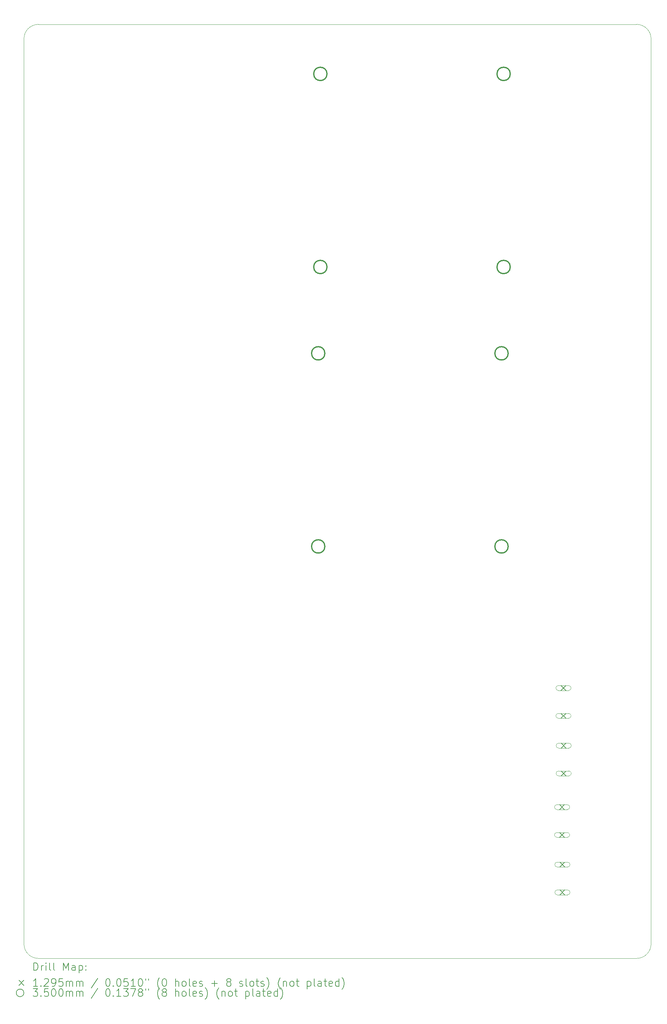
<source format=gbr>
%TF.GenerationSoftware,KiCad,Pcbnew,8.0.6*%
%TF.CreationDate,2025-06-02T15:06:45-04:00*%
%TF.ProjectId,CAEN_NEVIS_DAQ_PM5V,4341454e-5f4e-4455-9649-535f4441515f,rev?*%
%TF.SameCoordinates,Original*%
%TF.FileFunction,Drillmap*%
%TF.FilePolarity,Positive*%
%FSLAX45Y45*%
G04 Gerber Fmt 4.5, Leading zero omitted, Abs format (unit mm)*
G04 Created by KiCad (PCBNEW 8.0.6) date 2025-06-02 15:06:45*
%MOMM*%
%LPD*%
G01*
G04 APERTURE LIST*
%ADD10C,0.050000*%
%ADD11C,0.200000*%
%ADD12C,0.129540*%
%ADD13C,0.100000*%
%ADD14C,0.350000*%
G04 APERTURE END LIST*
D10*
X11876500Y-2617500D02*
G75*
G02*
X12257500Y-2236500I381000J0D01*
G01*
X11876500Y-26430000D02*
X11876500Y-2617500D01*
X12257500Y-2236500D02*
X28005500Y-2236500D01*
X28386500Y-2617500D02*
X28386500Y-24334500D01*
X28386500Y-25096500D02*
X28386500Y-26430000D01*
X28005500Y-2236500D02*
G75*
G02*
X28386500Y-2617500I0J-381000D01*
G01*
X28386500Y-24334500D02*
X28386500Y-25096500D01*
X28386500Y-26430000D02*
G75*
G02*
X28005500Y-26811000I-381000J0D01*
G01*
X12257500Y-26811000D02*
G75*
G02*
X11876500Y-26430000I0J381000D01*
G01*
X28005500Y-26811000D02*
X12257500Y-26811000D01*
D11*
D12*
X25979230Y-22765230D02*
X26108770Y-22894770D01*
X26108770Y-22765230D02*
X25979230Y-22894770D01*
D13*
X25908770Y-22894770D02*
X26179230Y-22894770D01*
X26179230Y-22765230D02*
G75*
G02*
X26179230Y-22894770I0J-64770D01*
G01*
X26179230Y-22765230D02*
X25908770Y-22765230D01*
X25908770Y-22765230D02*
G75*
G03*
X25908770Y-22894770I0J-64770D01*
G01*
D12*
X25979230Y-23497230D02*
X26108770Y-23626770D01*
X26108770Y-23497230D02*
X25979230Y-23626770D01*
D13*
X25908770Y-23626770D02*
X26179230Y-23626770D01*
X26179230Y-23497230D02*
G75*
G02*
X26179230Y-23626770I0J-64770D01*
G01*
X26179230Y-23497230D02*
X25908770Y-23497230D01*
X25908770Y-23497230D02*
G75*
G03*
X25908770Y-23626770I0J-64770D01*
G01*
D12*
X25987230Y-24277230D02*
X26116770Y-24406770D01*
X26116770Y-24277230D02*
X25987230Y-24406770D01*
D13*
X25916770Y-24406770D02*
X26187230Y-24406770D01*
X26187230Y-24277230D02*
G75*
G02*
X26187230Y-24406770I0J-64770D01*
G01*
X26187230Y-24277230D02*
X25916770Y-24277230D01*
X25916770Y-24277230D02*
G75*
G03*
X25916770Y-24406770I0J-64770D01*
G01*
D12*
X25987230Y-25009230D02*
X26116770Y-25138770D01*
X26116770Y-25009230D02*
X25987230Y-25138770D01*
D13*
X25916770Y-25138770D02*
X26187230Y-25138770D01*
X26187230Y-25009230D02*
G75*
G02*
X26187230Y-25138770I0J-64770D01*
G01*
X26187230Y-25009230D02*
X25916770Y-25009230D01*
X25916770Y-25009230D02*
G75*
G03*
X25916770Y-25138770I0J-64770D01*
G01*
D12*
X26015230Y-19632230D02*
X26144770Y-19761770D01*
X26144770Y-19632230D02*
X26015230Y-19761770D01*
D13*
X25944770Y-19761770D02*
X26215230Y-19761770D01*
X26215230Y-19632230D02*
G75*
G02*
X26215230Y-19761770I0J-64770D01*
G01*
X26215230Y-19632230D02*
X25944770Y-19632230D01*
X25944770Y-19632230D02*
G75*
G03*
X25944770Y-19761770I0J-64770D01*
G01*
D12*
X26015230Y-20364230D02*
X26144770Y-20493770D01*
X26144770Y-20364230D02*
X26015230Y-20493770D01*
D13*
X25944770Y-20493770D02*
X26215230Y-20493770D01*
X26215230Y-20364230D02*
G75*
G02*
X26215230Y-20493770I0J-64770D01*
G01*
X26215230Y-20364230D02*
X25944770Y-20364230D01*
X25944770Y-20364230D02*
G75*
G03*
X25944770Y-20493770I0J-64770D01*
G01*
D12*
X26021230Y-21147230D02*
X26150770Y-21276770D01*
X26150770Y-21147230D02*
X26021230Y-21276770D01*
D13*
X25950770Y-21276770D02*
X26221230Y-21276770D01*
X26221230Y-21147230D02*
G75*
G02*
X26221230Y-21276770I0J-64770D01*
G01*
X26221230Y-21147230D02*
X25950770Y-21147230D01*
X25950770Y-21147230D02*
G75*
G03*
X25950770Y-21276770I0J-64770D01*
G01*
D12*
X26021230Y-21879230D02*
X26150770Y-22008770D01*
X26150770Y-21879230D02*
X26021230Y-22008770D01*
D13*
X25950770Y-22008770D02*
X26221230Y-22008770D01*
X26221230Y-21879230D02*
G75*
G02*
X26221230Y-22008770I0J-64770D01*
G01*
X26221230Y-21879230D02*
X25950770Y-21879230D01*
X25950770Y-21879230D02*
G75*
G03*
X25950770Y-22008770I0J-64770D01*
G01*
D14*
X19798500Y-10892000D02*
G75*
G02*
X19448500Y-10892000I-175000J0D01*
G01*
X19448500Y-10892000D02*
G75*
G02*
X19798500Y-10892000I175000J0D01*
G01*
X19798500Y-15972000D02*
G75*
G02*
X19448500Y-15972000I-175000J0D01*
G01*
X19448500Y-15972000D02*
G75*
G02*
X19798500Y-15972000I175000J0D01*
G01*
X19854500Y-3539750D02*
G75*
G02*
X19504500Y-3539750I-175000J0D01*
G01*
X19504500Y-3539750D02*
G75*
G02*
X19854500Y-3539750I175000J0D01*
G01*
X19854500Y-8619750D02*
G75*
G02*
X19504500Y-8619750I-175000J0D01*
G01*
X19504500Y-8619750D02*
G75*
G02*
X19854500Y-8619750I175000J0D01*
G01*
X24623500Y-10892000D02*
G75*
G02*
X24273500Y-10892000I-175000J0D01*
G01*
X24273500Y-10892000D02*
G75*
G02*
X24623500Y-10892000I175000J0D01*
G01*
X24623500Y-15972000D02*
G75*
G02*
X24273500Y-15972000I-175000J0D01*
G01*
X24273500Y-15972000D02*
G75*
G02*
X24623500Y-15972000I175000J0D01*
G01*
X24679500Y-3539750D02*
G75*
G02*
X24329500Y-3539750I-175000J0D01*
G01*
X24329500Y-3539750D02*
G75*
G02*
X24679500Y-3539750I175000J0D01*
G01*
X24679500Y-8619750D02*
G75*
G02*
X24329500Y-8619750I-175000J0D01*
G01*
X24329500Y-8619750D02*
G75*
G02*
X24679500Y-8619750I175000J0D01*
G01*
D11*
X12134777Y-27124984D02*
X12134777Y-26924984D01*
X12134777Y-26924984D02*
X12182396Y-26924984D01*
X12182396Y-26924984D02*
X12210967Y-26934508D01*
X12210967Y-26934508D02*
X12230015Y-26953555D01*
X12230015Y-26953555D02*
X12239539Y-26972603D01*
X12239539Y-26972603D02*
X12249062Y-27010698D01*
X12249062Y-27010698D02*
X12249062Y-27039269D01*
X12249062Y-27039269D02*
X12239539Y-27077365D01*
X12239539Y-27077365D02*
X12230015Y-27096412D01*
X12230015Y-27096412D02*
X12210967Y-27115460D01*
X12210967Y-27115460D02*
X12182396Y-27124984D01*
X12182396Y-27124984D02*
X12134777Y-27124984D01*
X12334777Y-27124984D02*
X12334777Y-26991650D01*
X12334777Y-27029746D02*
X12344301Y-27010698D01*
X12344301Y-27010698D02*
X12353824Y-27001174D01*
X12353824Y-27001174D02*
X12372872Y-26991650D01*
X12372872Y-26991650D02*
X12391920Y-26991650D01*
X12458586Y-27124984D02*
X12458586Y-26991650D01*
X12458586Y-26924984D02*
X12449062Y-26934508D01*
X12449062Y-26934508D02*
X12458586Y-26944031D01*
X12458586Y-26944031D02*
X12468110Y-26934508D01*
X12468110Y-26934508D02*
X12458586Y-26924984D01*
X12458586Y-26924984D02*
X12458586Y-26944031D01*
X12582396Y-27124984D02*
X12563348Y-27115460D01*
X12563348Y-27115460D02*
X12553824Y-27096412D01*
X12553824Y-27096412D02*
X12553824Y-26924984D01*
X12687158Y-27124984D02*
X12668110Y-27115460D01*
X12668110Y-27115460D02*
X12658586Y-27096412D01*
X12658586Y-27096412D02*
X12658586Y-26924984D01*
X12915729Y-27124984D02*
X12915729Y-26924984D01*
X12915729Y-26924984D02*
X12982396Y-27067841D01*
X12982396Y-27067841D02*
X13049062Y-26924984D01*
X13049062Y-26924984D02*
X13049062Y-27124984D01*
X13230015Y-27124984D02*
X13230015Y-27020222D01*
X13230015Y-27020222D02*
X13220491Y-27001174D01*
X13220491Y-27001174D02*
X13201443Y-26991650D01*
X13201443Y-26991650D02*
X13163348Y-26991650D01*
X13163348Y-26991650D02*
X13144301Y-27001174D01*
X13230015Y-27115460D02*
X13210967Y-27124984D01*
X13210967Y-27124984D02*
X13163348Y-27124984D01*
X13163348Y-27124984D02*
X13144301Y-27115460D01*
X13144301Y-27115460D02*
X13134777Y-27096412D01*
X13134777Y-27096412D02*
X13134777Y-27077365D01*
X13134777Y-27077365D02*
X13144301Y-27058317D01*
X13144301Y-27058317D02*
X13163348Y-27048793D01*
X13163348Y-27048793D02*
X13210967Y-27048793D01*
X13210967Y-27048793D02*
X13230015Y-27039269D01*
X13325253Y-26991650D02*
X13325253Y-27191650D01*
X13325253Y-27001174D02*
X13344301Y-26991650D01*
X13344301Y-26991650D02*
X13382396Y-26991650D01*
X13382396Y-26991650D02*
X13401443Y-27001174D01*
X13401443Y-27001174D02*
X13410967Y-27010698D01*
X13410967Y-27010698D02*
X13420491Y-27029746D01*
X13420491Y-27029746D02*
X13420491Y-27086888D01*
X13420491Y-27086888D02*
X13410967Y-27105936D01*
X13410967Y-27105936D02*
X13401443Y-27115460D01*
X13401443Y-27115460D02*
X13382396Y-27124984D01*
X13382396Y-27124984D02*
X13344301Y-27124984D01*
X13344301Y-27124984D02*
X13325253Y-27115460D01*
X13506205Y-27105936D02*
X13515729Y-27115460D01*
X13515729Y-27115460D02*
X13506205Y-27124984D01*
X13506205Y-27124984D02*
X13496682Y-27115460D01*
X13496682Y-27115460D02*
X13506205Y-27105936D01*
X13506205Y-27105936D02*
X13506205Y-27124984D01*
X13506205Y-27001174D02*
X13515729Y-27010698D01*
X13515729Y-27010698D02*
X13506205Y-27020222D01*
X13506205Y-27020222D02*
X13496682Y-27010698D01*
X13496682Y-27010698D02*
X13506205Y-27001174D01*
X13506205Y-27001174D02*
X13506205Y-27020222D01*
D12*
X11744460Y-27388730D02*
X11874000Y-27518270D01*
X11874000Y-27388730D02*
X11744460Y-27518270D01*
D11*
X12239539Y-27544984D02*
X12125253Y-27544984D01*
X12182396Y-27544984D02*
X12182396Y-27344984D01*
X12182396Y-27344984D02*
X12163348Y-27373555D01*
X12163348Y-27373555D02*
X12144301Y-27392603D01*
X12144301Y-27392603D02*
X12125253Y-27402127D01*
X12325253Y-27525936D02*
X12334777Y-27535460D01*
X12334777Y-27535460D02*
X12325253Y-27544984D01*
X12325253Y-27544984D02*
X12315729Y-27535460D01*
X12315729Y-27535460D02*
X12325253Y-27525936D01*
X12325253Y-27525936D02*
X12325253Y-27544984D01*
X12410967Y-27364031D02*
X12420491Y-27354508D01*
X12420491Y-27354508D02*
X12439539Y-27344984D01*
X12439539Y-27344984D02*
X12487158Y-27344984D01*
X12487158Y-27344984D02*
X12506205Y-27354508D01*
X12506205Y-27354508D02*
X12515729Y-27364031D01*
X12515729Y-27364031D02*
X12525253Y-27383079D01*
X12525253Y-27383079D02*
X12525253Y-27402127D01*
X12525253Y-27402127D02*
X12515729Y-27430698D01*
X12515729Y-27430698D02*
X12401443Y-27544984D01*
X12401443Y-27544984D02*
X12525253Y-27544984D01*
X12620491Y-27544984D02*
X12658586Y-27544984D01*
X12658586Y-27544984D02*
X12677634Y-27535460D01*
X12677634Y-27535460D02*
X12687158Y-27525936D01*
X12687158Y-27525936D02*
X12706205Y-27497365D01*
X12706205Y-27497365D02*
X12715729Y-27459269D01*
X12715729Y-27459269D02*
X12715729Y-27383079D01*
X12715729Y-27383079D02*
X12706205Y-27364031D01*
X12706205Y-27364031D02*
X12696682Y-27354508D01*
X12696682Y-27354508D02*
X12677634Y-27344984D01*
X12677634Y-27344984D02*
X12639539Y-27344984D01*
X12639539Y-27344984D02*
X12620491Y-27354508D01*
X12620491Y-27354508D02*
X12610967Y-27364031D01*
X12610967Y-27364031D02*
X12601443Y-27383079D01*
X12601443Y-27383079D02*
X12601443Y-27430698D01*
X12601443Y-27430698D02*
X12610967Y-27449746D01*
X12610967Y-27449746D02*
X12620491Y-27459269D01*
X12620491Y-27459269D02*
X12639539Y-27468793D01*
X12639539Y-27468793D02*
X12677634Y-27468793D01*
X12677634Y-27468793D02*
X12696682Y-27459269D01*
X12696682Y-27459269D02*
X12706205Y-27449746D01*
X12706205Y-27449746D02*
X12715729Y-27430698D01*
X12896682Y-27344984D02*
X12801443Y-27344984D01*
X12801443Y-27344984D02*
X12791920Y-27440222D01*
X12791920Y-27440222D02*
X12801443Y-27430698D01*
X12801443Y-27430698D02*
X12820491Y-27421174D01*
X12820491Y-27421174D02*
X12868110Y-27421174D01*
X12868110Y-27421174D02*
X12887158Y-27430698D01*
X12887158Y-27430698D02*
X12896682Y-27440222D01*
X12896682Y-27440222D02*
X12906205Y-27459269D01*
X12906205Y-27459269D02*
X12906205Y-27506888D01*
X12906205Y-27506888D02*
X12896682Y-27525936D01*
X12896682Y-27525936D02*
X12887158Y-27535460D01*
X12887158Y-27535460D02*
X12868110Y-27544984D01*
X12868110Y-27544984D02*
X12820491Y-27544984D01*
X12820491Y-27544984D02*
X12801443Y-27535460D01*
X12801443Y-27535460D02*
X12791920Y-27525936D01*
X12991920Y-27544984D02*
X12991920Y-27411650D01*
X12991920Y-27430698D02*
X13001443Y-27421174D01*
X13001443Y-27421174D02*
X13020491Y-27411650D01*
X13020491Y-27411650D02*
X13049063Y-27411650D01*
X13049063Y-27411650D02*
X13068110Y-27421174D01*
X13068110Y-27421174D02*
X13077634Y-27440222D01*
X13077634Y-27440222D02*
X13077634Y-27544984D01*
X13077634Y-27440222D02*
X13087158Y-27421174D01*
X13087158Y-27421174D02*
X13106205Y-27411650D01*
X13106205Y-27411650D02*
X13134777Y-27411650D01*
X13134777Y-27411650D02*
X13153824Y-27421174D01*
X13153824Y-27421174D02*
X13163348Y-27440222D01*
X13163348Y-27440222D02*
X13163348Y-27544984D01*
X13258586Y-27544984D02*
X13258586Y-27411650D01*
X13258586Y-27430698D02*
X13268110Y-27421174D01*
X13268110Y-27421174D02*
X13287158Y-27411650D01*
X13287158Y-27411650D02*
X13315729Y-27411650D01*
X13315729Y-27411650D02*
X13334777Y-27421174D01*
X13334777Y-27421174D02*
X13344301Y-27440222D01*
X13344301Y-27440222D02*
X13344301Y-27544984D01*
X13344301Y-27440222D02*
X13353824Y-27421174D01*
X13353824Y-27421174D02*
X13372872Y-27411650D01*
X13372872Y-27411650D02*
X13401443Y-27411650D01*
X13401443Y-27411650D02*
X13420491Y-27421174D01*
X13420491Y-27421174D02*
X13430015Y-27440222D01*
X13430015Y-27440222D02*
X13430015Y-27544984D01*
X13820491Y-27335460D02*
X13649063Y-27592603D01*
X14077634Y-27344984D02*
X14096682Y-27344984D01*
X14096682Y-27344984D02*
X14115729Y-27354508D01*
X14115729Y-27354508D02*
X14125253Y-27364031D01*
X14125253Y-27364031D02*
X14134777Y-27383079D01*
X14134777Y-27383079D02*
X14144301Y-27421174D01*
X14144301Y-27421174D02*
X14144301Y-27468793D01*
X14144301Y-27468793D02*
X14134777Y-27506888D01*
X14134777Y-27506888D02*
X14125253Y-27525936D01*
X14125253Y-27525936D02*
X14115729Y-27535460D01*
X14115729Y-27535460D02*
X14096682Y-27544984D01*
X14096682Y-27544984D02*
X14077634Y-27544984D01*
X14077634Y-27544984D02*
X14058586Y-27535460D01*
X14058586Y-27535460D02*
X14049063Y-27525936D01*
X14049063Y-27525936D02*
X14039539Y-27506888D01*
X14039539Y-27506888D02*
X14030015Y-27468793D01*
X14030015Y-27468793D02*
X14030015Y-27421174D01*
X14030015Y-27421174D02*
X14039539Y-27383079D01*
X14039539Y-27383079D02*
X14049063Y-27364031D01*
X14049063Y-27364031D02*
X14058586Y-27354508D01*
X14058586Y-27354508D02*
X14077634Y-27344984D01*
X14230015Y-27525936D02*
X14239539Y-27535460D01*
X14239539Y-27535460D02*
X14230015Y-27544984D01*
X14230015Y-27544984D02*
X14220491Y-27535460D01*
X14220491Y-27535460D02*
X14230015Y-27525936D01*
X14230015Y-27525936D02*
X14230015Y-27544984D01*
X14363348Y-27344984D02*
X14382396Y-27344984D01*
X14382396Y-27344984D02*
X14401444Y-27354508D01*
X14401444Y-27354508D02*
X14410967Y-27364031D01*
X14410967Y-27364031D02*
X14420491Y-27383079D01*
X14420491Y-27383079D02*
X14430015Y-27421174D01*
X14430015Y-27421174D02*
X14430015Y-27468793D01*
X14430015Y-27468793D02*
X14420491Y-27506888D01*
X14420491Y-27506888D02*
X14410967Y-27525936D01*
X14410967Y-27525936D02*
X14401444Y-27535460D01*
X14401444Y-27535460D02*
X14382396Y-27544984D01*
X14382396Y-27544984D02*
X14363348Y-27544984D01*
X14363348Y-27544984D02*
X14344301Y-27535460D01*
X14344301Y-27535460D02*
X14334777Y-27525936D01*
X14334777Y-27525936D02*
X14325253Y-27506888D01*
X14325253Y-27506888D02*
X14315729Y-27468793D01*
X14315729Y-27468793D02*
X14315729Y-27421174D01*
X14315729Y-27421174D02*
X14325253Y-27383079D01*
X14325253Y-27383079D02*
X14334777Y-27364031D01*
X14334777Y-27364031D02*
X14344301Y-27354508D01*
X14344301Y-27354508D02*
X14363348Y-27344984D01*
X14610967Y-27344984D02*
X14515729Y-27344984D01*
X14515729Y-27344984D02*
X14506206Y-27440222D01*
X14506206Y-27440222D02*
X14515729Y-27430698D01*
X14515729Y-27430698D02*
X14534777Y-27421174D01*
X14534777Y-27421174D02*
X14582396Y-27421174D01*
X14582396Y-27421174D02*
X14601444Y-27430698D01*
X14601444Y-27430698D02*
X14610967Y-27440222D01*
X14610967Y-27440222D02*
X14620491Y-27459269D01*
X14620491Y-27459269D02*
X14620491Y-27506888D01*
X14620491Y-27506888D02*
X14610967Y-27525936D01*
X14610967Y-27525936D02*
X14601444Y-27535460D01*
X14601444Y-27535460D02*
X14582396Y-27544984D01*
X14582396Y-27544984D02*
X14534777Y-27544984D01*
X14534777Y-27544984D02*
X14515729Y-27535460D01*
X14515729Y-27535460D02*
X14506206Y-27525936D01*
X14810967Y-27544984D02*
X14696682Y-27544984D01*
X14753825Y-27544984D02*
X14753825Y-27344984D01*
X14753825Y-27344984D02*
X14734777Y-27373555D01*
X14734777Y-27373555D02*
X14715729Y-27392603D01*
X14715729Y-27392603D02*
X14696682Y-27402127D01*
X14934777Y-27344984D02*
X14953825Y-27344984D01*
X14953825Y-27344984D02*
X14972872Y-27354508D01*
X14972872Y-27354508D02*
X14982396Y-27364031D01*
X14982396Y-27364031D02*
X14991920Y-27383079D01*
X14991920Y-27383079D02*
X15001444Y-27421174D01*
X15001444Y-27421174D02*
X15001444Y-27468793D01*
X15001444Y-27468793D02*
X14991920Y-27506888D01*
X14991920Y-27506888D02*
X14982396Y-27525936D01*
X14982396Y-27525936D02*
X14972872Y-27535460D01*
X14972872Y-27535460D02*
X14953825Y-27544984D01*
X14953825Y-27544984D02*
X14934777Y-27544984D01*
X14934777Y-27544984D02*
X14915729Y-27535460D01*
X14915729Y-27535460D02*
X14906206Y-27525936D01*
X14906206Y-27525936D02*
X14896682Y-27506888D01*
X14896682Y-27506888D02*
X14887158Y-27468793D01*
X14887158Y-27468793D02*
X14887158Y-27421174D01*
X14887158Y-27421174D02*
X14896682Y-27383079D01*
X14896682Y-27383079D02*
X14906206Y-27364031D01*
X14906206Y-27364031D02*
X14915729Y-27354508D01*
X14915729Y-27354508D02*
X14934777Y-27344984D01*
X15077634Y-27344984D02*
X15077634Y-27383079D01*
X15153825Y-27344984D02*
X15153825Y-27383079D01*
X15449063Y-27621174D02*
X15439539Y-27611650D01*
X15439539Y-27611650D02*
X15420491Y-27583079D01*
X15420491Y-27583079D02*
X15410968Y-27564031D01*
X15410968Y-27564031D02*
X15401444Y-27535460D01*
X15401444Y-27535460D02*
X15391920Y-27487841D01*
X15391920Y-27487841D02*
X15391920Y-27449746D01*
X15391920Y-27449746D02*
X15401444Y-27402127D01*
X15401444Y-27402127D02*
X15410968Y-27373555D01*
X15410968Y-27373555D02*
X15420491Y-27354508D01*
X15420491Y-27354508D02*
X15439539Y-27325936D01*
X15439539Y-27325936D02*
X15449063Y-27316412D01*
X15563348Y-27344984D02*
X15582396Y-27344984D01*
X15582396Y-27344984D02*
X15601444Y-27354508D01*
X15601444Y-27354508D02*
X15610968Y-27364031D01*
X15610968Y-27364031D02*
X15620491Y-27383079D01*
X15620491Y-27383079D02*
X15630015Y-27421174D01*
X15630015Y-27421174D02*
X15630015Y-27468793D01*
X15630015Y-27468793D02*
X15620491Y-27506888D01*
X15620491Y-27506888D02*
X15610968Y-27525936D01*
X15610968Y-27525936D02*
X15601444Y-27535460D01*
X15601444Y-27535460D02*
X15582396Y-27544984D01*
X15582396Y-27544984D02*
X15563348Y-27544984D01*
X15563348Y-27544984D02*
X15544301Y-27535460D01*
X15544301Y-27535460D02*
X15534777Y-27525936D01*
X15534777Y-27525936D02*
X15525253Y-27506888D01*
X15525253Y-27506888D02*
X15515729Y-27468793D01*
X15515729Y-27468793D02*
X15515729Y-27421174D01*
X15515729Y-27421174D02*
X15525253Y-27383079D01*
X15525253Y-27383079D02*
X15534777Y-27364031D01*
X15534777Y-27364031D02*
X15544301Y-27354508D01*
X15544301Y-27354508D02*
X15563348Y-27344984D01*
X15868110Y-27544984D02*
X15868110Y-27344984D01*
X15953825Y-27544984D02*
X15953825Y-27440222D01*
X15953825Y-27440222D02*
X15944301Y-27421174D01*
X15944301Y-27421174D02*
X15925253Y-27411650D01*
X15925253Y-27411650D02*
X15896682Y-27411650D01*
X15896682Y-27411650D02*
X15877634Y-27421174D01*
X15877634Y-27421174D02*
X15868110Y-27430698D01*
X16077634Y-27544984D02*
X16058587Y-27535460D01*
X16058587Y-27535460D02*
X16049063Y-27525936D01*
X16049063Y-27525936D02*
X16039539Y-27506888D01*
X16039539Y-27506888D02*
X16039539Y-27449746D01*
X16039539Y-27449746D02*
X16049063Y-27430698D01*
X16049063Y-27430698D02*
X16058587Y-27421174D01*
X16058587Y-27421174D02*
X16077634Y-27411650D01*
X16077634Y-27411650D02*
X16106206Y-27411650D01*
X16106206Y-27411650D02*
X16125253Y-27421174D01*
X16125253Y-27421174D02*
X16134777Y-27430698D01*
X16134777Y-27430698D02*
X16144301Y-27449746D01*
X16144301Y-27449746D02*
X16144301Y-27506888D01*
X16144301Y-27506888D02*
X16134777Y-27525936D01*
X16134777Y-27525936D02*
X16125253Y-27535460D01*
X16125253Y-27535460D02*
X16106206Y-27544984D01*
X16106206Y-27544984D02*
X16077634Y-27544984D01*
X16258587Y-27544984D02*
X16239539Y-27535460D01*
X16239539Y-27535460D02*
X16230015Y-27516412D01*
X16230015Y-27516412D02*
X16230015Y-27344984D01*
X16410968Y-27535460D02*
X16391920Y-27544984D01*
X16391920Y-27544984D02*
X16353825Y-27544984D01*
X16353825Y-27544984D02*
X16334777Y-27535460D01*
X16334777Y-27535460D02*
X16325253Y-27516412D01*
X16325253Y-27516412D02*
X16325253Y-27440222D01*
X16325253Y-27440222D02*
X16334777Y-27421174D01*
X16334777Y-27421174D02*
X16353825Y-27411650D01*
X16353825Y-27411650D02*
X16391920Y-27411650D01*
X16391920Y-27411650D02*
X16410968Y-27421174D01*
X16410968Y-27421174D02*
X16420491Y-27440222D01*
X16420491Y-27440222D02*
X16420491Y-27459269D01*
X16420491Y-27459269D02*
X16325253Y-27478317D01*
X16496682Y-27535460D02*
X16515730Y-27544984D01*
X16515730Y-27544984D02*
X16553825Y-27544984D01*
X16553825Y-27544984D02*
X16572872Y-27535460D01*
X16572872Y-27535460D02*
X16582396Y-27516412D01*
X16582396Y-27516412D02*
X16582396Y-27506888D01*
X16582396Y-27506888D02*
X16572872Y-27487841D01*
X16572872Y-27487841D02*
X16553825Y-27478317D01*
X16553825Y-27478317D02*
X16525253Y-27478317D01*
X16525253Y-27478317D02*
X16506206Y-27468793D01*
X16506206Y-27468793D02*
X16496682Y-27449746D01*
X16496682Y-27449746D02*
X16496682Y-27440222D01*
X16496682Y-27440222D02*
X16506206Y-27421174D01*
X16506206Y-27421174D02*
X16525253Y-27411650D01*
X16525253Y-27411650D02*
X16553825Y-27411650D01*
X16553825Y-27411650D02*
X16572872Y-27421174D01*
X16820492Y-27468793D02*
X16972873Y-27468793D01*
X16896682Y-27544984D02*
X16896682Y-27392603D01*
X17249063Y-27430698D02*
X17230015Y-27421174D01*
X17230015Y-27421174D02*
X17220492Y-27411650D01*
X17220492Y-27411650D02*
X17210968Y-27392603D01*
X17210968Y-27392603D02*
X17210968Y-27383079D01*
X17210968Y-27383079D02*
X17220492Y-27364031D01*
X17220492Y-27364031D02*
X17230015Y-27354508D01*
X17230015Y-27354508D02*
X17249063Y-27344984D01*
X17249063Y-27344984D02*
X17287158Y-27344984D01*
X17287158Y-27344984D02*
X17306206Y-27354508D01*
X17306206Y-27354508D02*
X17315730Y-27364031D01*
X17315730Y-27364031D02*
X17325254Y-27383079D01*
X17325254Y-27383079D02*
X17325254Y-27392603D01*
X17325254Y-27392603D02*
X17315730Y-27411650D01*
X17315730Y-27411650D02*
X17306206Y-27421174D01*
X17306206Y-27421174D02*
X17287158Y-27430698D01*
X17287158Y-27430698D02*
X17249063Y-27430698D01*
X17249063Y-27430698D02*
X17230015Y-27440222D01*
X17230015Y-27440222D02*
X17220492Y-27449746D01*
X17220492Y-27449746D02*
X17210968Y-27468793D01*
X17210968Y-27468793D02*
X17210968Y-27506888D01*
X17210968Y-27506888D02*
X17220492Y-27525936D01*
X17220492Y-27525936D02*
X17230015Y-27535460D01*
X17230015Y-27535460D02*
X17249063Y-27544984D01*
X17249063Y-27544984D02*
X17287158Y-27544984D01*
X17287158Y-27544984D02*
X17306206Y-27535460D01*
X17306206Y-27535460D02*
X17315730Y-27525936D01*
X17315730Y-27525936D02*
X17325254Y-27506888D01*
X17325254Y-27506888D02*
X17325254Y-27468793D01*
X17325254Y-27468793D02*
X17315730Y-27449746D01*
X17315730Y-27449746D02*
X17306206Y-27440222D01*
X17306206Y-27440222D02*
X17287158Y-27430698D01*
X17553825Y-27535460D02*
X17572873Y-27544984D01*
X17572873Y-27544984D02*
X17610968Y-27544984D01*
X17610968Y-27544984D02*
X17630016Y-27535460D01*
X17630016Y-27535460D02*
X17639539Y-27516412D01*
X17639539Y-27516412D02*
X17639539Y-27506888D01*
X17639539Y-27506888D02*
X17630016Y-27487841D01*
X17630016Y-27487841D02*
X17610968Y-27478317D01*
X17610968Y-27478317D02*
X17582396Y-27478317D01*
X17582396Y-27478317D02*
X17563349Y-27468793D01*
X17563349Y-27468793D02*
X17553825Y-27449746D01*
X17553825Y-27449746D02*
X17553825Y-27440222D01*
X17553825Y-27440222D02*
X17563349Y-27421174D01*
X17563349Y-27421174D02*
X17582396Y-27411650D01*
X17582396Y-27411650D02*
X17610968Y-27411650D01*
X17610968Y-27411650D02*
X17630016Y-27421174D01*
X17753825Y-27544984D02*
X17734777Y-27535460D01*
X17734777Y-27535460D02*
X17725254Y-27516412D01*
X17725254Y-27516412D02*
X17725254Y-27344984D01*
X17858587Y-27544984D02*
X17839539Y-27535460D01*
X17839539Y-27535460D02*
X17830016Y-27525936D01*
X17830016Y-27525936D02*
X17820492Y-27506888D01*
X17820492Y-27506888D02*
X17820492Y-27449746D01*
X17820492Y-27449746D02*
X17830016Y-27430698D01*
X17830016Y-27430698D02*
X17839539Y-27421174D01*
X17839539Y-27421174D02*
X17858587Y-27411650D01*
X17858587Y-27411650D02*
X17887158Y-27411650D01*
X17887158Y-27411650D02*
X17906206Y-27421174D01*
X17906206Y-27421174D02*
X17915730Y-27430698D01*
X17915730Y-27430698D02*
X17925254Y-27449746D01*
X17925254Y-27449746D02*
X17925254Y-27506888D01*
X17925254Y-27506888D02*
X17915730Y-27525936D01*
X17915730Y-27525936D02*
X17906206Y-27535460D01*
X17906206Y-27535460D02*
X17887158Y-27544984D01*
X17887158Y-27544984D02*
X17858587Y-27544984D01*
X17982397Y-27411650D02*
X18058587Y-27411650D01*
X18010968Y-27344984D02*
X18010968Y-27516412D01*
X18010968Y-27516412D02*
X18020492Y-27535460D01*
X18020492Y-27535460D02*
X18039539Y-27544984D01*
X18039539Y-27544984D02*
X18058587Y-27544984D01*
X18115730Y-27535460D02*
X18134777Y-27544984D01*
X18134777Y-27544984D02*
X18172873Y-27544984D01*
X18172873Y-27544984D02*
X18191920Y-27535460D01*
X18191920Y-27535460D02*
X18201444Y-27516412D01*
X18201444Y-27516412D02*
X18201444Y-27506888D01*
X18201444Y-27506888D02*
X18191920Y-27487841D01*
X18191920Y-27487841D02*
X18172873Y-27478317D01*
X18172873Y-27478317D02*
X18144301Y-27478317D01*
X18144301Y-27478317D02*
X18125254Y-27468793D01*
X18125254Y-27468793D02*
X18115730Y-27449746D01*
X18115730Y-27449746D02*
X18115730Y-27440222D01*
X18115730Y-27440222D02*
X18125254Y-27421174D01*
X18125254Y-27421174D02*
X18144301Y-27411650D01*
X18144301Y-27411650D02*
X18172873Y-27411650D01*
X18172873Y-27411650D02*
X18191920Y-27421174D01*
X18268111Y-27621174D02*
X18277635Y-27611650D01*
X18277635Y-27611650D02*
X18296682Y-27583079D01*
X18296682Y-27583079D02*
X18306206Y-27564031D01*
X18306206Y-27564031D02*
X18315730Y-27535460D01*
X18315730Y-27535460D02*
X18325254Y-27487841D01*
X18325254Y-27487841D02*
X18325254Y-27449746D01*
X18325254Y-27449746D02*
X18315730Y-27402127D01*
X18315730Y-27402127D02*
X18306206Y-27373555D01*
X18306206Y-27373555D02*
X18296682Y-27354508D01*
X18296682Y-27354508D02*
X18277635Y-27325936D01*
X18277635Y-27325936D02*
X18268111Y-27316412D01*
X18630016Y-27621174D02*
X18620492Y-27611650D01*
X18620492Y-27611650D02*
X18601444Y-27583079D01*
X18601444Y-27583079D02*
X18591920Y-27564031D01*
X18591920Y-27564031D02*
X18582397Y-27535460D01*
X18582397Y-27535460D02*
X18572873Y-27487841D01*
X18572873Y-27487841D02*
X18572873Y-27449746D01*
X18572873Y-27449746D02*
X18582397Y-27402127D01*
X18582397Y-27402127D02*
X18591920Y-27373555D01*
X18591920Y-27373555D02*
X18601444Y-27354508D01*
X18601444Y-27354508D02*
X18620492Y-27325936D01*
X18620492Y-27325936D02*
X18630016Y-27316412D01*
X18706206Y-27411650D02*
X18706206Y-27544984D01*
X18706206Y-27430698D02*
X18715730Y-27421174D01*
X18715730Y-27421174D02*
X18734777Y-27411650D01*
X18734777Y-27411650D02*
X18763349Y-27411650D01*
X18763349Y-27411650D02*
X18782397Y-27421174D01*
X18782397Y-27421174D02*
X18791920Y-27440222D01*
X18791920Y-27440222D02*
X18791920Y-27544984D01*
X18915730Y-27544984D02*
X18896682Y-27535460D01*
X18896682Y-27535460D02*
X18887158Y-27525936D01*
X18887158Y-27525936D02*
X18877635Y-27506888D01*
X18877635Y-27506888D02*
X18877635Y-27449746D01*
X18877635Y-27449746D02*
X18887158Y-27430698D01*
X18887158Y-27430698D02*
X18896682Y-27421174D01*
X18896682Y-27421174D02*
X18915730Y-27411650D01*
X18915730Y-27411650D02*
X18944301Y-27411650D01*
X18944301Y-27411650D02*
X18963349Y-27421174D01*
X18963349Y-27421174D02*
X18972873Y-27430698D01*
X18972873Y-27430698D02*
X18982397Y-27449746D01*
X18982397Y-27449746D02*
X18982397Y-27506888D01*
X18982397Y-27506888D02*
X18972873Y-27525936D01*
X18972873Y-27525936D02*
X18963349Y-27535460D01*
X18963349Y-27535460D02*
X18944301Y-27544984D01*
X18944301Y-27544984D02*
X18915730Y-27544984D01*
X19039539Y-27411650D02*
X19115730Y-27411650D01*
X19068111Y-27344984D02*
X19068111Y-27516412D01*
X19068111Y-27516412D02*
X19077635Y-27535460D01*
X19077635Y-27535460D02*
X19096682Y-27544984D01*
X19096682Y-27544984D02*
X19115730Y-27544984D01*
X19334778Y-27411650D02*
X19334778Y-27611650D01*
X19334778Y-27421174D02*
X19353825Y-27411650D01*
X19353825Y-27411650D02*
X19391920Y-27411650D01*
X19391920Y-27411650D02*
X19410968Y-27421174D01*
X19410968Y-27421174D02*
X19420492Y-27430698D01*
X19420492Y-27430698D02*
X19430016Y-27449746D01*
X19430016Y-27449746D02*
X19430016Y-27506888D01*
X19430016Y-27506888D02*
X19420492Y-27525936D01*
X19420492Y-27525936D02*
X19410968Y-27535460D01*
X19410968Y-27535460D02*
X19391920Y-27544984D01*
X19391920Y-27544984D02*
X19353825Y-27544984D01*
X19353825Y-27544984D02*
X19334778Y-27535460D01*
X19544301Y-27544984D02*
X19525254Y-27535460D01*
X19525254Y-27535460D02*
X19515730Y-27516412D01*
X19515730Y-27516412D02*
X19515730Y-27344984D01*
X19706206Y-27544984D02*
X19706206Y-27440222D01*
X19706206Y-27440222D02*
X19696682Y-27421174D01*
X19696682Y-27421174D02*
X19677635Y-27411650D01*
X19677635Y-27411650D02*
X19639539Y-27411650D01*
X19639539Y-27411650D02*
X19620492Y-27421174D01*
X19706206Y-27535460D02*
X19687159Y-27544984D01*
X19687159Y-27544984D02*
X19639539Y-27544984D01*
X19639539Y-27544984D02*
X19620492Y-27535460D01*
X19620492Y-27535460D02*
X19610968Y-27516412D01*
X19610968Y-27516412D02*
X19610968Y-27497365D01*
X19610968Y-27497365D02*
X19620492Y-27478317D01*
X19620492Y-27478317D02*
X19639539Y-27468793D01*
X19639539Y-27468793D02*
X19687159Y-27468793D01*
X19687159Y-27468793D02*
X19706206Y-27459269D01*
X19772873Y-27411650D02*
X19849063Y-27411650D01*
X19801444Y-27344984D02*
X19801444Y-27516412D01*
X19801444Y-27516412D02*
X19810968Y-27535460D01*
X19810968Y-27535460D02*
X19830016Y-27544984D01*
X19830016Y-27544984D02*
X19849063Y-27544984D01*
X19991920Y-27535460D02*
X19972873Y-27544984D01*
X19972873Y-27544984D02*
X19934778Y-27544984D01*
X19934778Y-27544984D02*
X19915730Y-27535460D01*
X19915730Y-27535460D02*
X19906206Y-27516412D01*
X19906206Y-27516412D02*
X19906206Y-27440222D01*
X19906206Y-27440222D02*
X19915730Y-27421174D01*
X19915730Y-27421174D02*
X19934778Y-27411650D01*
X19934778Y-27411650D02*
X19972873Y-27411650D01*
X19972873Y-27411650D02*
X19991920Y-27421174D01*
X19991920Y-27421174D02*
X20001444Y-27440222D01*
X20001444Y-27440222D02*
X20001444Y-27459269D01*
X20001444Y-27459269D02*
X19906206Y-27478317D01*
X20172873Y-27544984D02*
X20172873Y-27344984D01*
X20172873Y-27535460D02*
X20153825Y-27544984D01*
X20153825Y-27544984D02*
X20115730Y-27544984D01*
X20115730Y-27544984D02*
X20096682Y-27535460D01*
X20096682Y-27535460D02*
X20087159Y-27525936D01*
X20087159Y-27525936D02*
X20077635Y-27506888D01*
X20077635Y-27506888D02*
X20077635Y-27449746D01*
X20077635Y-27449746D02*
X20087159Y-27430698D01*
X20087159Y-27430698D02*
X20096682Y-27421174D01*
X20096682Y-27421174D02*
X20115730Y-27411650D01*
X20115730Y-27411650D02*
X20153825Y-27411650D01*
X20153825Y-27411650D02*
X20172873Y-27421174D01*
X20249063Y-27621174D02*
X20258587Y-27611650D01*
X20258587Y-27611650D02*
X20277635Y-27583079D01*
X20277635Y-27583079D02*
X20287159Y-27564031D01*
X20287159Y-27564031D02*
X20296682Y-27535460D01*
X20296682Y-27535460D02*
X20306206Y-27487841D01*
X20306206Y-27487841D02*
X20306206Y-27449746D01*
X20306206Y-27449746D02*
X20296682Y-27402127D01*
X20296682Y-27402127D02*
X20287159Y-27373555D01*
X20287159Y-27373555D02*
X20277635Y-27354508D01*
X20277635Y-27354508D02*
X20258587Y-27325936D01*
X20258587Y-27325936D02*
X20249063Y-27316412D01*
X11874000Y-27717500D02*
G75*
G02*
X11674000Y-27717500I-100000J0D01*
G01*
X11674000Y-27717500D02*
G75*
G02*
X11874000Y-27717500I100000J0D01*
G01*
X12115729Y-27608984D02*
X12239539Y-27608984D01*
X12239539Y-27608984D02*
X12172872Y-27685174D01*
X12172872Y-27685174D02*
X12201443Y-27685174D01*
X12201443Y-27685174D02*
X12220491Y-27694698D01*
X12220491Y-27694698D02*
X12230015Y-27704222D01*
X12230015Y-27704222D02*
X12239539Y-27723269D01*
X12239539Y-27723269D02*
X12239539Y-27770888D01*
X12239539Y-27770888D02*
X12230015Y-27789936D01*
X12230015Y-27789936D02*
X12220491Y-27799460D01*
X12220491Y-27799460D02*
X12201443Y-27808984D01*
X12201443Y-27808984D02*
X12144301Y-27808984D01*
X12144301Y-27808984D02*
X12125253Y-27799460D01*
X12125253Y-27799460D02*
X12115729Y-27789936D01*
X12325253Y-27789936D02*
X12334777Y-27799460D01*
X12334777Y-27799460D02*
X12325253Y-27808984D01*
X12325253Y-27808984D02*
X12315729Y-27799460D01*
X12315729Y-27799460D02*
X12325253Y-27789936D01*
X12325253Y-27789936D02*
X12325253Y-27808984D01*
X12515729Y-27608984D02*
X12420491Y-27608984D01*
X12420491Y-27608984D02*
X12410967Y-27704222D01*
X12410967Y-27704222D02*
X12420491Y-27694698D01*
X12420491Y-27694698D02*
X12439539Y-27685174D01*
X12439539Y-27685174D02*
X12487158Y-27685174D01*
X12487158Y-27685174D02*
X12506205Y-27694698D01*
X12506205Y-27694698D02*
X12515729Y-27704222D01*
X12515729Y-27704222D02*
X12525253Y-27723269D01*
X12525253Y-27723269D02*
X12525253Y-27770888D01*
X12525253Y-27770888D02*
X12515729Y-27789936D01*
X12515729Y-27789936D02*
X12506205Y-27799460D01*
X12506205Y-27799460D02*
X12487158Y-27808984D01*
X12487158Y-27808984D02*
X12439539Y-27808984D01*
X12439539Y-27808984D02*
X12420491Y-27799460D01*
X12420491Y-27799460D02*
X12410967Y-27789936D01*
X12649062Y-27608984D02*
X12668110Y-27608984D01*
X12668110Y-27608984D02*
X12687158Y-27618508D01*
X12687158Y-27618508D02*
X12696682Y-27628031D01*
X12696682Y-27628031D02*
X12706205Y-27647079D01*
X12706205Y-27647079D02*
X12715729Y-27685174D01*
X12715729Y-27685174D02*
X12715729Y-27732793D01*
X12715729Y-27732793D02*
X12706205Y-27770888D01*
X12706205Y-27770888D02*
X12696682Y-27789936D01*
X12696682Y-27789936D02*
X12687158Y-27799460D01*
X12687158Y-27799460D02*
X12668110Y-27808984D01*
X12668110Y-27808984D02*
X12649062Y-27808984D01*
X12649062Y-27808984D02*
X12630015Y-27799460D01*
X12630015Y-27799460D02*
X12620491Y-27789936D01*
X12620491Y-27789936D02*
X12610967Y-27770888D01*
X12610967Y-27770888D02*
X12601443Y-27732793D01*
X12601443Y-27732793D02*
X12601443Y-27685174D01*
X12601443Y-27685174D02*
X12610967Y-27647079D01*
X12610967Y-27647079D02*
X12620491Y-27628031D01*
X12620491Y-27628031D02*
X12630015Y-27618508D01*
X12630015Y-27618508D02*
X12649062Y-27608984D01*
X12839539Y-27608984D02*
X12858586Y-27608984D01*
X12858586Y-27608984D02*
X12877634Y-27618508D01*
X12877634Y-27618508D02*
X12887158Y-27628031D01*
X12887158Y-27628031D02*
X12896682Y-27647079D01*
X12896682Y-27647079D02*
X12906205Y-27685174D01*
X12906205Y-27685174D02*
X12906205Y-27732793D01*
X12906205Y-27732793D02*
X12896682Y-27770888D01*
X12896682Y-27770888D02*
X12887158Y-27789936D01*
X12887158Y-27789936D02*
X12877634Y-27799460D01*
X12877634Y-27799460D02*
X12858586Y-27808984D01*
X12858586Y-27808984D02*
X12839539Y-27808984D01*
X12839539Y-27808984D02*
X12820491Y-27799460D01*
X12820491Y-27799460D02*
X12810967Y-27789936D01*
X12810967Y-27789936D02*
X12801443Y-27770888D01*
X12801443Y-27770888D02*
X12791920Y-27732793D01*
X12791920Y-27732793D02*
X12791920Y-27685174D01*
X12791920Y-27685174D02*
X12801443Y-27647079D01*
X12801443Y-27647079D02*
X12810967Y-27628031D01*
X12810967Y-27628031D02*
X12820491Y-27618508D01*
X12820491Y-27618508D02*
X12839539Y-27608984D01*
X12991920Y-27808984D02*
X12991920Y-27675650D01*
X12991920Y-27694698D02*
X13001443Y-27685174D01*
X13001443Y-27685174D02*
X13020491Y-27675650D01*
X13020491Y-27675650D02*
X13049063Y-27675650D01*
X13049063Y-27675650D02*
X13068110Y-27685174D01*
X13068110Y-27685174D02*
X13077634Y-27704222D01*
X13077634Y-27704222D02*
X13077634Y-27808984D01*
X13077634Y-27704222D02*
X13087158Y-27685174D01*
X13087158Y-27685174D02*
X13106205Y-27675650D01*
X13106205Y-27675650D02*
X13134777Y-27675650D01*
X13134777Y-27675650D02*
X13153824Y-27685174D01*
X13153824Y-27685174D02*
X13163348Y-27704222D01*
X13163348Y-27704222D02*
X13163348Y-27808984D01*
X13258586Y-27808984D02*
X13258586Y-27675650D01*
X13258586Y-27694698D02*
X13268110Y-27685174D01*
X13268110Y-27685174D02*
X13287158Y-27675650D01*
X13287158Y-27675650D02*
X13315729Y-27675650D01*
X13315729Y-27675650D02*
X13334777Y-27685174D01*
X13334777Y-27685174D02*
X13344301Y-27704222D01*
X13344301Y-27704222D02*
X13344301Y-27808984D01*
X13344301Y-27704222D02*
X13353824Y-27685174D01*
X13353824Y-27685174D02*
X13372872Y-27675650D01*
X13372872Y-27675650D02*
X13401443Y-27675650D01*
X13401443Y-27675650D02*
X13420491Y-27685174D01*
X13420491Y-27685174D02*
X13430015Y-27704222D01*
X13430015Y-27704222D02*
X13430015Y-27808984D01*
X13820491Y-27599460D02*
X13649063Y-27856603D01*
X14077634Y-27608984D02*
X14096682Y-27608984D01*
X14096682Y-27608984D02*
X14115729Y-27618508D01*
X14115729Y-27618508D02*
X14125253Y-27628031D01*
X14125253Y-27628031D02*
X14134777Y-27647079D01*
X14134777Y-27647079D02*
X14144301Y-27685174D01*
X14144301Y-27685174D02*
X14144301Y-27732793D01*
X14144301Y-27732793D02*
X14134777Y-27770888D01*
X14134777Y-27770888D02*
X14125253Y-27789936D01*
X14125253Y-27789936D02*
X14115729Y-27799460D01*
X14115729Y-27799460D02*
X14096682Y-27808984D01*
X14096682Y-27808984D02*
X14077634Y-27808984D01*
X14077634Y-27808984D02*
X14058586Y-27799460D01*
X14058586Y-27799460D02*
X14049063Y-27789936D01*
X14049063Y-27789936D02*
X14039539Y-27770888D01*
X14039539Y-27770888D02*
X14030015Y-27732793D01*
X14030015Y-27732793D02*
X14030015Y-27685174D01*
X14030015Y-27685174D02*
X14039539Y-27647079D01*
X14039539Y-27647079D02*
X14049063Y-27628031D01*
X14049063Y-27628031D02*
X14058586Y-27618508D01*
X14058586Y-27618508D02*
X14077634Y-27608984D01*
X14230015Y-27789936D02*
X14239539Y-27799460D01*
X14239539Y-27799460D02*
X14230015Y-27808984D01*
X14230015Y-27808984D02*
X14220491Y-27799460D01*
X14220491Y-27799460D02*
X14230015Y-27789936D01*
X14230015Y-27789936D02*
X14230015Y-27808984D01*
X14430015Y-27808984D02*
X14315729Y-27808984D01*
X14372872Y-27808984D02*
X14372872Y-27608984D01*
X14372872Y-27608984D02*
X14353825Y-27637555D01*
X14353825Y-27637555D02*
X14334777Y-27656603D01*
X14334777Y-27656603D02*
X14315729Y-27666127D01*
X14496682Y-27608984D02*
X14620491Y-27608984D01*
X14620491Y-27608984D02*
X14553825Y-27685174D01*
X14553825Y-27685174D02*
X14582396Y-27685174D01*
X14582396Y-27685174D02*
X14601444Y-27694698D01*
X14601444Y-27694698D02*
X14610967Y-27704222D01*
X14610967Y-27704222D02*
X14620491Y-27723269D01*
X14620491Y-27723269D02*
X14620491Y-27770888D01*
X14620491Y-27770888D02*
X14610967Y-27789936D01*
X14610967Y-27789936D02*
X14601444Y-27799460D01*
X14601444Y-27799460D02*
X14582396Y-27808984D01*
X14582396Y-27808984D02*
X14525253Y-27808984D01*
X14525253Y-27808984D02*
X14506206Y-27799460D01*
X14506206Y-27799460D02*
X14496682Y-27789936D01*
X14687158Y-27608984D02*
X14820491Y-27608984D01*
X14820491Y-27608984D02*
X14734777Y-27808984D01*
X14925253Y-27694698D02*
X14906206Y-27685174D01*
X14906206Y-27685174D02*
X14896682Y-27675650D01*
X14896682Y-27675650D02*
X14887158Y-27656603D01*
X14887158Y-27656603D02*
X14887158Y-27647079D01*
X14887158Y-27647079D02*
X14896682Y-27628031D01*
X14896682Y-27628031D02*
X14906206Y-27618508D01*
X14906206Y-27618508D02*
X14925253Y-27608984D01*
X14925253Y-27608984D02*
X14963348Y-27608984D01*
X14963348Y-27608984D02*
X14982396Y-27618508D01*
X14982396Y-27618508D02*
X14991920Y-27628031D01*
X14991920Y-27628031D02*
X15001444Y-27647079D01*
X15001444Y-27647079D02*
X15001444Y-27656603D01*
X15001444Y-27656603D02*
X14991920Y-27675650D01*
X14991920Y-27675650D02*
X14982396Y-27685174D01*
X14982396Y-27685174D02*
X14963348Y-27694698D01*
X14963348Y-27694698D02*
X14925253Y-27694698D01*
X14925253Y-27694698D02*
X14906206Y-27704222D01*
X14906206Y-27704222D02*
X14896682Y-27713746D01*
X14896682Y-27713746D02*
X14887158Y-27732793D01*
X14887158Y-27732793D02*
X14887158Y-27770888D01*
X14887158Y-27770888D02*
X14896682Y-27789936D01*
X14896682Y-27789936D02*
X14906206Y-27799460D01*
X14906206Y-27799460D02*
X14925253Y-27808984D01*
X14925253Y-27808984D02*
X14963348Y-27808984D01*
X14963348Y-27808984D02*
X14982396Y-27799460D01*
X14982396Y-27799460D02*
X14991920Y-27789936D01*
X14991920Y-27789936D02*
X15001444Y-27770888D01*
X15001444Y-27770888D02*
X15001444Y-27732793D01*
X15001444Y-27732793D02*
X14991920Y-27713746D01*
X14991920Y-27713746D02*
X14982396Y-27704222D01*
X14982396Y-27704222D02*
X14963348Y-27694698D01*
X15077634Y-27608984D02*
X15077634Y-27647079D01*
X15153825Y-27608984D02*
X15153825Y-27647079D01*
X15449063Y-27885174D02*
X15439539Y-27875650D01*
X15439539Y-27875650D02*
X15420491Y-27847079D01*
X15420491Y-27847079D02*
X15410968Y-27828031D01*
X15410968Y-27828031D02*
X15401444Y-27799460D01*
X15401444Y-27799460D02*
X15391920Y-27751841D01*
X15391920Y-27751841D02*
X15391920Y-27713746D01*
X15391920Y-27713746D02*
X15401444Y-27666127D01*
X15401444Y-27666127D02*
X15410968Y-27637555D01*
X15410968Y-27637555D02*
X15420491Y-27618508D01*
X15420491Y-27618508D02*
X15439539Y-27589936D01*
X15439539Y-27589936D02*
X15449063Y-27580412D01*
X15553825Y-27694698D02*
X15534777Y-27685174D01*
X15534777Y-27685174D02*
X15525253Y-27675650D01*
X15525253Y-27675650D02*
X15515729Y-27656603D01*
X15515729Y-27656603D02*
X15515729Y-27647079D01*
X15515729Y-27647079D02*
X15525253Y-27628031D01*
X15525253Y-27628031D02*
X15534777Y-27618508D01*
X15534777Y-27618508D02*
X15553825Y-27608984D01*
X15553825Y-27608984D02*
X15591920Y-27608984D01*
X15591920Y-27608984D02*
X15610968Y-27618508D01*
X15610968Y-27618508D02*
X15620491Y-27628031D01*
X15620491Y-27628031D02*
X15630015Y-27647079D01*
X15630015Y-27647079D02*
X15630015Y-27656603D01*
X15630015Y-27656603D02*
X15620491Y-27675650D01*
X15620491Y-27675650D02*
X15610968Y-27685174D01*
X15610968Y-27685174D02*
X15591920Y-27694698D01*
X15591920Y-27694698D02*
X15553825Y-27694698D01*
X15553825Y-27694698D02*
X15534777Y-27704222D01*
X15534777Y-27704222D02*
X15525253Y-27713746D01*
X15525253Y-27713746D02*
X15515729Y-27732793D01*
X15515729Y-27732793D02*
X15515729Y-27770888D01*
X15515729Y-27770888D02*
X15525253Y-27789936D01*
X15525253Y-27789936D02*
X15534777Y-27799460D01*
X15534777Y-27799460D02*
X15553825Y-27808984D01*
X15553825Y-27808984D02*
X15591920Y-27808984D01*
X15591920Y-27808984D02*
X15610968Y-27799460D01*
X15610968Y-27799460D02*
X15620491Y-27789936D01*
X15620491Y-27789936D02*
X15630015Y-27770888D01*
X15630015Y-27770888D02*
X15630015Y-27732793D01*
X15630015Y-27732793D02*
X15620491Y-27713746D01*
X15620491Y-27713746D02*
X15610968Y-27704222D01*
X15610968Y-27704222D02*
X15591920Y-27694698D01*
X15868110Y-27808984D02*
X15868110Y-27608984D01*
X15953825Y-27808984D02*
X15953825Y-27704222D01*
X15953825Y-27704222D02*
X15944301Y-27685174D01*
X15944301Y-27685174D02*
X15925253Y-27675650D01*
X15925253Y-27675650D02*
X15896682Y-27675650D01*
X15896682Y-27675650D02*
X15877634Y-27685174D01*
X15877634Y-27685174D02*
X15868110Y-27694698D01*
X16077634Y-27808984D02*
X16058587Y-27799460D01*
X16058587Y-27799460D02*
X16049063Y-27789936D01*
X16049063Y-27789936D02*
X16039539Y-27770888D01*
X16039539Y-27770888D02*
X16039539Y-27713746D01*
X16039539Y-27713746D02*
X16049063Y-27694698D01*
X16049063Y-27694698D02*
X16058587Y-27685174D01*
X16058587Y-27685174D02*
X16077634Y-27675650D01*
X16077634Y-27675650D02*
X16106206Y-27675650D01*
X16106206Y-27675650D02*
X16125253Y-27685174D01*
X16125253Y-27685174D02*
X16134777Y-27694698D01*
X16134777Y-27694698D02*
X16144301Y-27713746D01*
X16144301Y-27713746D02*
X16144301Y-27770888D01*
X16144301Y-27770888D02*
X16134777Y-27789936D01*
X16134777Y-27789936D02*
X16125253Y-27799460D01*
X16125253Y-27799460D02*
X16106206Y-27808984D01*
X16106206Y-27808984D02*
X16077634Y-27808984D01*
X16258587Y-27808984D02*
X16239539Y-27799460D01*
X16239539Y-27799460D02*
X16230015Y-27780412D01*
X16230015Y-27780412D02*
X16230015Y-27608984D01*
X16410968Y-27799460D02*
X16391920Y-27808984D01*
X16391920Y-27808984D02*
X16353825Y-27808984D01*
X16353825Y-27808984D02*
X16334777Y-27799460D01*
X16334777Y-27799460D02*
X16325253Y-27780412D01*
X16325253Y-27780412D02*
X16325253Y-27704222D01*
X16325253Y-27704222D02*
X16334777Y-27685174D01*
X16334777Y-27685174D02*
X16353825Y-27675650D01*
X16353825Y-27675650D02*
X16391920Y-27675650D01*
X16391920Y-27675650D02*
X16410968Y-27685174D01*
X16410968Y-27685174D02*
X16420491Y-27704222D01*
X16420491Y-27704222D02*
X16420491Y-27723269D01*
X16420491Y-27723269D02*
X16325253Y-27742317D01*
X16496682Y-27799460D02*
X16515730Y-27808984D01*
X16515730Y-27808984D02*
X16553825Y-27808984D01*
X16553825Y-27808984D02*
X16572872Y-27799460D01*
X16572872Y-27799460D02*
X16582396Y-27780412D01*
X16582396Y-27780412D02*
X16582396Y-27770888D01*
X16582396Y-27770888D02*
X16572872Y-27751841D01*
X16572872Y-27751841D02*
X16553825Y-27742317D01*
X16553825Y-27742317D02*
X16525253Y-27742317D01*
X16525253Y-27742317D02*
X16506206Y-27732793D01*
X16506206Y-27732793D02*
X16496682Y-27713746D01*
X16496682Y-27713746D02*
X16496682Y-27704222D01*
X16496682Y-27704222D02*
X16506206Y-27685174D01*
X16506206Y-27685174D02*
X16525253Y-27675650D01*
X16525253Y-27675650D02*
X16553825Y-27675650D01*
X16553825Y-27675650D02*
X16572872Y-27685174D01*
X16649063Y-27885174D02*
X16658587Y-27875650D01*
X16658587Y-27875650D02*
X16677634Y-27847079D01*
X16677634Y-27847079D02*
X16687158Y-27828031D01*
X16687158Y-27828031D02*
X16696682Y-27799460D01*
X16696682Y-27799460D02*
X16706206Y-27751841D01*
X16706206Y-27751841D02*
X16706206Y-27713746D01*
X16706206Y-27713746D02*
X16696682Y-27666127D01*
X16696682Y-27666127D02*
X16687158Y-27637555D01*
X16687158Y-27637555D02*
X16677634Y-27618508D01*
X16677634Y-27618508D02*
X16658587Y-27589936D01*
X16658587Y-27589936D02*
X16649063Y-27580412D01*
X17010968Y-27885174D02*
X17001444Y-27875650D01*
X17001444Y-27875650D02*
X16982396Y-27847079D01*
X16982396Y-27847079D02*
X16972873Y-27828031D01*
X16972873Y-27828031D02*
X16963349Y-27799460D01*
X16963349Y-27799460D02*
X16953825Y-27751841D01*
X16953825Y-27751841D02*
X16953825Y-27713746D01*
X16953825Y-27713746D02*
X16963349Y-27666127D01*
X16963349Y-27666127D02*
X16972873Y-27637555D01*
X16972873Y-27637555D02*
X16982396Y-27618508D01*
X16982396Y-27618508D02*
X17001444Y-27589936D01*
X17001444Y-27589936D02*
X17010968Y-27580412D01*
X17087158Y-27675650D02*
X17087158Y-27808984D01*
X17087158Y-27694698D02*
X17096682Y-27685174D01*
X17096682Y-27685174D02*
X17115730Y-27675650D01*
X17115730Y-27675650D02*
X17144301Y-27675650D01*
X17144301Y-27675650D02*
X17163349Y-27685174D01*
X17163349Y-27685174D02*
X17172873Y-27704222D01*
X17172873Y-27704222D02*
X17172873Y-27808984D01*
X17296682Y-27808984D02*
X17277634Y-27799460D01*
X17277634Y-27799460D02*
X17268111Y-27789936D01*
X17268111Y-27789936D02*
X17258587Y-27770888D01*
X17258587Y-27770888D02*
X17258587Y-27713746D01*
X17258587Y-27713746D02*
X17268111Y-27694698D01*
X17268111Y-27694698D02*
X17277634Y-27685174D01*
X17277634Y-27685174D02*
X17296682Y-27675650D01*
X17296682Y-27675650D02*
X17325254Y-27675650D01*
X17325254Y-27675650D02*
X17344301Y-27685174D01*
X17344301Y-27685174D02*
X17353825Y-27694698D01*
X17353825Y-27694698D02*
X17363349Y-27713746D01*
X17363349Y-27713746D02*
X17363349Y-27770888D01*
X17363349Y-27770888D02*
X17353825Y-27789936D01*
X17353825Y-27789936D02*
X17344301Y-27799460D01*
X17344301Y-27799460D02*
X17325254Y-27808984D01*
X17325254Y-27808984D02*
X17296682Y-27808984D01*
X17420492Y-27675650D02*
X17496682Y-27675650D01*
X17449063Y-27608984D02*
X17449063Y-27780412D01*
X17449063Y-27780412D02*
X17458587Y-27799460D01*
X17458587Y-27799460D02*
X17477634Y-27808984D01*
X17477634Y-27808984D02*
X17496682Y-27808984D01*
X17715730Y-27675650D02*
X17715730Y-27875650D01*
X17715730Y-27685174D02*
X17734777Y-27675650D01*
X17734777Y-27675650D02*
X17772873Y-27675650D01*
X17772873Y-27675650D02*
X17791920Y-27685174D01*
X17791920Y-27685174D02*
X17801444Y-27694698D01*
X17801444Y-27694698D02*
X17810968Y-27713746D01*
X17810968Y-27713746D02*
X17810968Y-27770888D01*
X17810968Y-27770888D02*
X17801444Y-27789936D01*
X17801444Y-27789936D02*
X17791920Y-27799460D01*
X17791920Y-27799460D02*
X17772873Y-27808984D01*
X17772873Y-27808984D02*
X17734777Y-27808984D01*
X17734777Y-27808984D02*
X17715730Y-27799460D01*
X17925254Y-27808984D02*
X17906206Y-27799460D01*
X17906206Y-27799460D02*
X17896682Y-27780412D01*
X17896682Y-27780412D02*
X17896682Y-27608984D01*
X18087158Y-27808984D02*
X18087158Y-27704222D01*
X18087158Y-27704222D02*
X18077635Y-27685174D01*
X18077635Y-27685174D02*
X18058587Y-27675650D01*
X18058587Y-27675650D02*
X18020492Y-27675650D01*
X18020492Y-27675650D02*
X18001444Y-27685174D01*
X18087158Y-27799460D02*
X18068111Y-27808984D01*
X18068111Y-27808984D02*
X18020492Y-27808984D01*
X18020492Y-27808984D02*
X18001444Y-27799460D01*
X18001444Y-27799460D02*
X17991920Y-27780412D01*
X17991920Y-27780412D02*
X17991920Y-27761365D01*
X17991920Y-27761365D02*
X18001444Y-27742317D01*
X18001444Y-27742317D02*
X18020492Y-27732793D01*
X18020492Y-27732793D02*
X18068111Y-27732793D01*
X18068111Y-27732793D02*
X18087158Y-27723269D01*
X18153825Y-27675650D02*
X18230015Y-27675650D01*
X18182396Y-27608984D02*
X18182396Y-27780412D01*
X18182396Y-27780412D02*
X18191920Y-27799460D01*
X18191920Y-27799460D02*
X18210968Y-27808984D01*
X18210968Y-27808984D02*
X18230015Y-27808984D01*
X18372873Y-27799460D02*
X18353825Y-27808984D01*
X18353825Y-27808984D02*
X18315730Y-27808984D01*
X18315730Y-27808984D02*
X18296682Y-27799460D01*
X18296682Y-27799460D02*
X18287158Y-27780412D01*
X18287158Y-27780412D02*
X18287158Y-27704222D01*
X18287158Y-27704222D02*
X18296682Y-27685174D01*
X18296682Y-27685174D02*
X18315730Y-27675650D01*
X18315730Y-27675650D02*
X18353825Y-27675650D01*
X18353825Y-27675650D02*
X18372873Y-27685174D01*
X18372873Y-27685174D02*
X18382396Y-27704222D01*
X18382396Y-27704222D02*
X18382396Y-27723269D01*
X18382396Y-27723269D02*
X18287158Y-27742317D01*
X18553825Y-27808984D02*
X18553825Y-27608984D01*
X18553825Y-27799460D02*
X18534777Y-27808984D01*
X18534777Y-27808984D02*
X18496682Y-27808984D01*
X18496682Y-27808984D02*
X18477635Y-27799460D01*
X18477635Y-27799460D02*
X18468111Y-27789936D01*
X18468111Y-27789936D02*
X18458587Y-27770888D01*
X18458587Y-27770888D02*
X18458587Y-27713746D01*
X18458587Y-27713746D02*
X18468111Y-27694698D01*
X18468111Y-27694698D02*
X18477635Y-27685174D01*
X18477635Y-27685174D02*
X18496682Y-27675650D01*
X18496682Y-27675650D02*
X18534777Y-27675650D01*
X18534777Y-27675650D02*
X18553825Y-27685174D01*
X18630016Y-27885174D02*
X18639539Y-27875650D01*
X18639539Y-27875650D02*
X18658587Y-27847079D01*
X18658587Y-27847079D02*
X18668111Y-27828031D01*
X18668111Y-27828031D02*
X18677635Y-27799460D01*
X18677635Y-27799460D02*
X18687158Y-27751841D01*
X18687158Y-27751841D02*
X18687158Y-27713746D01*
X18687158Y-27713746D02*
X18677635Y-27666127D01*
X18677635Y-27666127D02*
X18668111Y-27637555D01*
X18668111Y-27637555D02*
X18658587Y-27618508D01*
X18658587Y-27618508D02*
X18639539Y-27589936D01*
X18639539Y-27589936D02*
X18630016Y-27580412D01*
M02*

</source>
